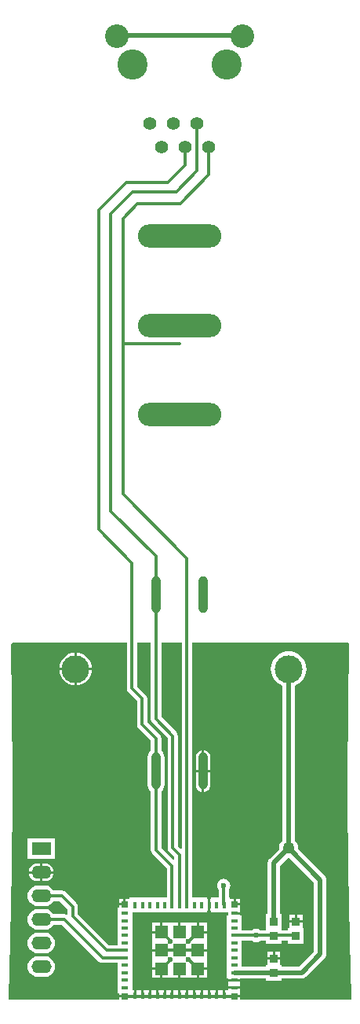
<source format=gbr>
%TF.GenerationSoftware,Altium Limited,Altium Designer,22.0.2 (36)*%
G04 Layer_Physical_Order=1*
G04 Layer_Color=255*
%FSLAX45Y45*%
%MOMM*%
%TF.SameCoordinates,4516B017-0455-433D-A7DA-D7F2A7B68D13*%
%TF.FilePolarity,Positive*%
%TF.FileFunction,Copper,L1,Top,Signal*%
%TF.Part,Single*%
G01*
G75*
%TA.AperFunction,SMDPad,CuDef*%
%ADD10R,0.90000X0.90000*%
%TA.AperFunction,BGAPad,CuDef*%
%ADD11R,1.45000X1.45000*%
%TA.AperFunction,SMDPad,CuDef*%
%ADD12R,0.80000X0.40000*%
%ADD13R,0.40000X0.80000*%
%ADD14R,0.70000X0.70000*%
%TA.AperFunction,Conductor*%
%ADD15C,0.30000*%
%ADD16C,0.50000*%
%TA.AperFunction,ComponentPad*%
%ADD17O,1.00000X4.00000*%
%ADD18C,3.00000*%
%ADD19O,2.15900X1.39700*%
%ADD20R,2.15900X1.39700*%
%ADD21O,9.00000X2.50000*%
%ADD22C,2.55000*%
%ADD23C,1.40800*%
%ADD24C,3.25000*%
%TA.AperFunction,ViaPad*%
%ADD25C,0.60000*%
%ADD26C,1.27000*%
G36*
X2046623Y-8430724D02*
X2034889Y-8435584D01*
X2006077Y-8406772D01*
Y-7220000D01*
X2001809Y-7198540D01*
X1989653Y-7180347D01*
X1824777Y-7015472D01*
Y-6220000D01*
X2046623D01*
X2046623Y-8430724D01*
D02*
G37*
G36*
X1712623Y-7038700D02*
X1716891Y-7060160D01*
X1729047Y-7078353D01*
X1893923Y-7243228D01*
Y-8430000D01*
X1898191Y-8451460D01*
X1910347Y-8469653D01*
X1966623Y-8525928D01*
Y-8550724D01*
X1954889Y-8555584D01*
X1824777Y-8425472D01*
Y-7820413D01*
X1832889Y-7814189D01*
X1847315Y-7795388D01*
X1856383Y-7773495D01*
X1859476Y-7750000D01*
Y-7450000D01*
X1856383Y-7426505D01*
X1847315Y-7404612D01*
X1832889Y-7385811D01*
X1824777Y-7379587D01*
Y-7248700D01*
X1820509Y-7227240D01*
X1808353Y-7209048D01*
X1676077Y-7076772D01*
Y-6820000D01*
X1671809Y-6798540D01*
X1659653Y-6780347D01*
X1566077Y-6686772D01*
Y-6220000D01*
X1712623D01*
Y-7038700D01*
D02*
G37*
G36*
X1453923Y-6710000D02*
X1458191Y-6731460D01*
X1470347Y-6749653D01*
X1563923Y-6843228D01*
Y-7100000D01*
X1568191Y-7121460D01*
X1580347Y-7139653D01*
X1712623Y-7271928D01*
Y-7379587D01*
X1704511Y-7385811D01*
X1690086Y-7404612D01*
X1681017Y-7426505D01*
X1677924Y-7450000D01*
Y-7750000D01*
X1681017Y-7773495D01*
X1690086Y-7795388D01*
X1704511Y-7814189D01*
X1712623Y-7820413D01*
Y-8448700D01*
X1716891Y-8470160D01*
X1729047Y-8488353D01*
X1886623Y-8645928D01*
Y-8960000D01*
X1482700D01*
Y-8974600D01*
X1440401D01*
Y-9034999D01*
X1427701D01*
Y-9047699D01*
X1367300D01*
Y-9070000D01*
X1352700D01*
Y-9190000D01*
Y-9270000D01*
Y-9350000D01*
Y-9473923D01*
X1263228D01*
X926077Y-9136772D01*
Y-9060000D01*
X921809Y-9038540D01*
X909653Y-9020347D01*
X792653Y-8903347D01*
X774460Y-8891191D01*
X753000Y-8886923D01*
X663533D01*
X646446Y-8864654D01*
X623499Y-8847046D01*
X596777Y-8835978D01*
X568100Y-8832202D01*
X491900D01*
X463223Y-8835978D01*
X436501Y-8847046D01*
X413554Y-8864654D01*
X395946Y-8887601D01*
X384878Y-8914323D01*
X381102Y-8943000D01*
X384878Y-8971676D01*
X395946Y-8998399D01*
X413554Y-9021346D01*
X436501Y-9038954D01*
X463223Y-9050022D01*
X491900Y-9053798D01*
X568100D01*
X596777Y-9050022D01*
X623499Y-9038954D01*
X646446Y-9021346D01*
X663533Y-8999077D01*
X729772D01*
X813923Y-9083228D01*
Y-9142052D01*
X802722Y-9148039D01*
X798460Y-9145191D01*
X777000Y-9140923D01*
X663533D01*
X646446Y-9118654D01*
X623499Y-9101046D01*
X596777Y-9089978D01*
X568100Y-9086202D01*
X491900D01*
X463223Y-9089978D01*
X436501Y-9101046D01*
X413554Y-9118654D01*
X395946Y-9141601D01*
X384878Y-9168323D01*
X381102Y-9197000D01*
X384878Y-9225676D01*
X395946Y-9252399D01*
X413554Y-9275346D01*
X436501Y-9292954D01*
X463223Y-9304022D01*
X491900Y-9307798D01*
X568100D01*
X596777Y-9304022D01*
X623499Y-9292954D01*
X646446Y-9275346D01*
X663533Y-9253077D01*
X753772D01*
X1150347Y-9649653D01*
X1168540Y-9661809D01*
X1190000Y-9666077D01*
X1352700D01*
Y-9750000D01*
Y-9830000D01*
Y-9910000D01*
Y-9990000D01*
X1367300D01*
Y-10012300D01*
X1427701D01*
Y-10037700D01*
X1367300D01*
Y-10060000D01*
X185821D01*
X176988Y-10050874D01*
X197628Y-9420389D01*
X212808Y-8647399D01*
X217868Y-7874276D01*
X216774Y-7707187D01*
X217263Y-7694875D01*
X217310Y-7694641D01*
X217279Y-7694485D01*
X217279D01*
Y-7694485D01*
X217278D01*
X216609Y-7691119D01*
X216305Y-7681942D01*
X213534Y-6884685D01*
X206699Y-6229027D01*
X215632Y-6220000D01*
X1453923D01*
Y-6710000D01*
D02*
G37*
G36*
X3848345Y-6229027D02*
X3841509Y-6884685D01*
X3838739Y-7681942D01*
X3838435Y-7691119D01*
X3837766Y-7694485D01*
X3837765Y-7694485D01*
X3837734Y-7694641D01*
X3837781Y-7694876D01*
X3838270Y-7707187D01*
X3837176Y-7874276D01*
X3842236Y-8647399D01*
X3857416Y-9420389D01*
X3878055Y-10050874D01*
X3869223Y-10060000D01*
X2678100D01*
Y-10037700D01*
X2617702D01*
Y-10012300D01*
X2678100D01*
Y-9975400D01*
Y-9942700D01*
X2612700D01*
X2547300D01*
Y-9954600D01*
X2515400D01*
Y-10020001D01*
X2490000D01*
Y-9954600D01*
X2435400D01*
Y-10020001D01*
X2410000D01*
Y-9954600D01*
X2355400D01*
Y-10020001D01*
X2330000D01*
Y-9954600D01*
X2275401D01*
Y-10020001D01*
X2250001D01*
Y-9954600D01*
X2195401D01*
Y-10020001D01*
X2170001D01*
Y-9954600D01*
X2115401D01*
Y-10020001D01*
X2090001D01*
Y-9954600D01*
X2035402D01*
Y-10020001D01*
X2010002D01*
Y-9954600D01*
X1955402D01*
Y-10020001D01*
X1930002D01*
Y-9954600D01*
X1875402D01*
Y-10020001D01*
X1850002D01*
Y-9954600D01*
X1795398D01*
Y-10020001D01*
X1769998D01*
Y-9954600D01*
X1715399D01*
Y-10020001D01*
X1689999D01*
Y-9954600D01*
X1635399D01*
Y-10020001D01*
X1609999D01*
Y-9954600D01*
X1555399D01*
Y-10020001D01*
X1529999D01*
Y-9954600D01*
X1512700D01*
Y-9830000D01*
Y-9750000D01*
Y-9670000D01*
Y-9590000D01*
Y-9510000D01*
Y-9430000D01*
Y-9350000D01*
Y-9270000D01*
Y-9190000D01*
Y-9120000D01*
X2322700D01*
Y-9105400D01*
X2330000D01*
Y-9040000D01*
Y-8974600D01*
X2322700D01*
Y-8960000D01*
X2158777D01*
X2158777Y-6220000D01*
X3839412D01*
X3848345Y-6229027D01*
D02*
G37*
%LPC*%
G36*
X912700Y-6325002D02*
Y-6487300D01*
X1074998D01*
X1072862Y-6465615D01*
X1062833Y-6432553D01*
X1046545Y-6402081D01*
X1024627Y-6375373D01*
X997919Y-6353455D01*
X967447Y-6337167D01*
X934384Y-6327138D01*
X912700Y-6325002D01*
D02*
G37*
G36*
X887300D02*
X865615Y-6327138D01*
X832553Y-6337167D01*
X802081Y-6353455D01*
X775373Y-6375373D01*
X753455Y-6402081D01*
X737167Y-6432553D01*
X727138Y-6465615D01*
X725002Y-6487300D01*
X887300D01*
Y-6325002D01*
D02*
G37*
G36*
X1074998Y-6512700D02*
X912700D01*
Y-6674998D01*
X934384Y-6672862D01*
X967447Y-6662832D01*
X997919Y-6646545D01*
X1024627Y-6624627D01*
X1046545Y-6597918D01*
X1062833Y-6567447D01*
X1072862Y-6534384D01*
X1074998Y-6512700D01*
D02*
G37*
G36*
X887300D02*
X725002D01*
X727138Y-6534384D01*
X737167Y-6567447D01*
X753455Y-6597918D01*
X775373Y-6624627D01*
X802081Y-6646545D01*
X832553Y-6662832D01*
X865615Y-6672862D01*
X887300Y-6674998D01*
Y-6512700D01*
D02*
G37*
G36*
X677950Y-8325150D02*
X382050D01*
Y-8544850D01*
X677950D01*
Y-8325150D01*
D02*
G37*
G36*
X568100Y-8592928D02*
X542699D01*
Y-8676300D01*
X662500D01*
X660898Y-8664135D01*
X651301Y-8640964D01*
X636033Y-8621067D01*
X616136Y-8605799D01*
X592965Y-8596202D01*
X568100Y-8592928D01*
D02*
G37*
G36*
X517299D02*
X491900D01*
X467035Y-8596202D01*
X443864Y-8605799D01*
X423967Y-8621067D01*
X408699Y-8640964D01*
X399102Y-8664135D01*
X397500Y-8676300D01*
X517299D01*
Y-8592928D01*
D02*
G37*
G36*
X662500Y-8701700D02*
X542699D01*
Y-8785072D01*
X568100D01*
X592965Y-8781798D01*
X616136Y-8772201D01*
X636033Y-8756933D01*
X651301Y-8737036D01*
X660898Y-8713865D01*
X662500Y-8701700D01*
D02*
G37*
G36*
X517299D02*
X397500D01*
X399102Y-8713865D01*
X408699Y-8737036D01*
X423967Y-8756933D01*
X443864Y-8772201D01*
X467035Y-8781798D01*
X491900Y-8785072D01*
X517299D01*
Y-8701700D01*
D02*
G37*
G36*
X1415001Y-8974600D02*
X1367300D01*
Y-9022299D01*
X1415001D01*
Y-8974600D01*
D02*
G37*
G36*
X568100Y-9340202D02*
X491900D01*
X463223Y-9343978D01*
X436501Y-9355046D01*
X413554Y-9372654D01*
X395946Y-9395601D01*
X384878Y-9422323D01*
X381102Y-9451000D01*
X384878Y-9479676D01*
X395946Y-9506399D01*
X413554Y-9529346D01*
X436501Y-9546954D01*
X463223Y-9558022D01*
X491900Y-9561798D01*
X568100D01*
X596777Y-9558022D01*
X623499Y-9546954D01*
X646446Y-9529346D01*
X664054Y-9506399D01*
X675122Y-9479676D01*
X678898Y-9451000D01*
X675122Y-9422323D01*
X664054Y-9395601D01*
X646446Y-9372654D01*
X623499Y-9355046D01*
X596777Y-9343978D01*
X568100Y-9340202D01*
D02*
G37*
G36*
Y-9594202D02*
X491900D01*
X463223Y-9597978D01*
X436501Y-9609046D01*
X413554Y-9626654D01*
X395946Y-9649601D01*
X384878Y-9676323D01*
X381102Y-9705000D01*
X384878Y-9733676D01*
X395946Y-9760399D01*
X413554Y-9783346D01*
X436501Y-9800954D01*
X463223Y-9812022D01*
X491900Y-9815798D01*
X568100D01*
X596777Y-9812022D01*
X623499Y-9800954D01*
X646446Y-9783346D01*
X664054Y-9760399D01*
X675122Y-9733676D01*
X678898Y-9705000D01*
X675122Y-9676323D01*
X664054Y-9649601D01*
X646446Y-9626654D01*
X623499Y-9609046D01*
X596777Y-9597978D01*
X568100Y-9594202D01*
D02*
G37*
G36*
X2289401Y-7375622D02*
Y-7587301D01*
X2352751D01*
Y-7450000D01*
X2350159Y-7430317D01*
X2342562Y-7411975D01*
X2330476Y-7396224D01*
X2314725Y-7384138D01*
X2296384Y-7376541D01*
X2289401Y-7375622D01*
D02*
G37*
G36*
X2264001Y-7375621D02*
X2257017Y-7376541D01*
X2238675Y-7384138D01*
X2222924Y-7396224D01*
X2210838Y-7411975D01*
X2203241Y-7430317D01*
X2200649Y-7450000D01*
Y-7587301D01*
X2264001D01*
Y-7375621D01*
D02*
G37*
G36*
X2352751Y-7612701D02*
X2289401D01*
Y-7824379D01*
X2296384Y-7823459D01*
X2314725Y-7815862D01*
X2330476Y-7803776D01*
X2342562Y-7788025D01*
X2350159Y-7769683D01*
X2352751Y-7750000D01*
Y-7612701D01*
D02*
G37*
G36*
X2264001D02*
X2200649D01*
Y-7750000D01*
X2203241Y-7769683D01*
X2210838Y-7788025D01*
X2222924Y-7803776D01*
X2238675Y-7815862D01*
X2257017Y-7823459D01*
X2264001Y-7824379D01*
Y-7612701D01*
D02*
G37*
G36*
X2678100Y-8974600D02*
X2630402D01*
Y-9022299D01*
X2678100D01*
Y-8974600D01*
D02*
G37*
G36*
X2122300Y-9234600D02*
X2109600Y-9234600D01*
X2035402D01*
Y-9332501D01*
X2010002D01*
Y-9234600D01*
X1935800D01*
X1924800Y-9234600D01*
X1912100Y-9234600D01*
X1837901D01*
Y-9332501D01*
X1825201D01*
Y-9345201D01*
X1727300D01*
Y-9419400D01*
X1727300Y-9430400D01*
X1727300Y-9443100D01*
Y-9517299D01*
X1825201D01*
Y-9542699D01*
X1727300D01*
Y-9616900D01*
X1727300Y-9627900D01*
X1727300Y-9640600D01*
Y-9714800D01*
X1825201D01*
Y-9727500D01*
X1837901D01*
Y-9825400D01*
X1912100D01*
X1923100Y-9825400D01*
X1935800Y-9825400D01*
X2010002D01*
Y-9727500D01*
X2035402D01*
Y-9825400D01*
X2109484D01*
X2120600Y-9825400D01*
X2133300Y-9825400D01*
X2207386D01*
Y-9727500D01*
X2220086D01*
Y-9714800D01*
X2317984D01*
Y-9640600D01*
X2317985Y-9629600D01*
X2317984Y-9616900D01*
Y-9542699D01*
X2220086D01*
Y-9517299D01*
X2317984D01*
Y-9443042D01*
X2318100Y-9430400D01*
X2318100Y-9419448D01*
Y-9345201D01*
X2220198D01*
Y-9332501D01*
X2207498D01*
Y-9234600D01*
X2133300D01*
X2122300Y-9234600D01*
D02*
G37*
G36*
X3200000Y-6309081D02*
X3162753Y-6312749D01*
X3126938Y-6323614D01*
X3093931Y-6341257D01*
X3065000Y-6365000D01*
X3041257Y-6393931D01*
X3023614Y-6426938D01*
X3012749Y-6462753D01*
X3009081Y-6500000D01*
X3012749Y-6537247D01*
X3023614Y-6573062D01*
X3041257Y-6606069D01*
X3065000Y-6635000D01*
X3093931Y-6658743D01*
X3126938Y-6676386D01*
X3134439Y-6678662D01*
Y-8349848D01*
X3126183Y-8356183D01*
X3109593Y-8377803D01*
X3099164Y-8402981D01*
X3095607Y-8430000D01*
X3096965Y-8440318D01*
X2993642Y-8543642D01*
X2983223Y-8557220D01*
X2976673Y-8573031D01*
X2974439Y-8590000D01*
Y-9135000D01*
X2955000D01*
Y-9313923D01*
X2891906D01*
X2885302Y-9308855D01*
X2868273Y-9301802D01*
X2850000Y-9299396D01*
X2831726Y-9301802D01*
X2814698Y-9308855D01*
X2808094Y-9313923D01*
X2692700D01*
Y-9270000D01*
Y-9150000D01*
X2678100D01*
Y-9142699D01*
X2612700D01*
Y-9117299D01*
X2678100D01*
Y-9095400D01*
Y-9047699D01*
X2617702D01*
Y-9034999D01*
X2605002D01*
Y-8974600D01*
X2562700D01*
Y-8960000D01*
X2557427D01*
Y-8870147D01*
X2561145Y-8865302D01*
X2568198Y-8848274D01*
X2570604Y-8830000D01*
X2568198Y-8811727D01*
X2561145Y-8794698D01*
X2549925Y-8780076D01*
X2535302Y-8768855D01*
X2518274Y-8761802D01*
X2500000Y-8759396D01*
X2481727Y-8761802D01*
X2464698Y-8768855D01*
X2450076Y-8780076D01*
X2438855Y-8794698D01*
X2431802Y-8811727D01*
X2429396Y-8830000D01*
X2431802Y-8848274D01*
X2438855Y-8865302D01*
X2445273Y-8873665D01*
Y-8960000D01*
X2362700D01*
Y-8974600D01*
X2355400D01*
Y-9040000D01*
Y-9105400D01*
X2362700D01*
Y-9120000D01*
X2547300D01*
Y-9150000D01*
X2532700D01*
Y-9270000D01*
Y-9350000D01*
Y-9430000D01*
Y-9510000D01*
Y-9590000D01*
Y-9670000D01*
Y-9750000D01*
Y-9830000D01*
X2547300D01*
Y-9837300D01*
X2612700D01*
X2678100D01*
Y-9835561D01*
X2955000D01*
Y-9855000D01*
X3125000D01*
Y-9835561D01*
X3340000D01*
X3356968Y-9833327D01*
X3372780Y-9826777D01*
X3386358Y-9816358D01*
X3586359Y-9616358D01*
X3596777Y-9602780D01*
X3603327Y-9586968D01*
X3605561Y-9570000D01*
Y-8770000D01*
X3603327Y-8753032D01*
X3596777Y-8737220D01*
X3586358Y-8723641D01*
X3303035Y-8440318D01*
X3304393Y-8430000D01*
X3300836Y-8402981D01*
X3290407Y-8377803D01*
X3273817Y-8356183D01*
X3265561Y-8349848D01*
Y-6678662D01*
X3273062Y-6676386D01*
X3306069Y-6658743D01*
X3335000Y-6635000D01*
X3358743Y-6606069D01*
X3376386Y-6573062D01*
X3387251Y-6537247D01*
X3390919Y-6500000D01*
X3387251Y-6462753D01*
X3376386Y-6426938D01*
X3358743Y-6393931D01*
X3335000Y-6365000D01*
X3306069Y-6341257D01*
X3273062Y-6323614D01*
X3237247Y-6312749D01*
X3200000Y-6309081D01*
D02*
G37*
G36*
X2232898Y-9234600D02*
Y-9319801D01*
X2318100D01*
Y-9234600D01*
X2232898D01*
D02*
G37*
G36*
X1812501D02*
X1727300D01*
Y-9319801D01*
X1812501D01*
Y-9234600D01*
D02*
G37*
G36*
X2317984Y-9740200D02*
X2232786D01*
Y-9825400D01*
X2317984D01*
Y-9740200D01*
D02*
G37*
G36*
X1812501D02*
X1727300D01*
Y-9825400D01*
X1812501D01*
Y-9740200D01*
D02*
G37*
G36*
X2678100Y-9862700D02*
X2612700D01*
X2547300D01*
Y-9917300D01*
X2612700D01*
X2678100D01*
Y-9895400D01*
Y-9862700D01*
D02*
G37*
%LPD*%
G36*
X3474439Y-8797156D02*
Y-9542844D01*
X3312844Y-9704439D01*
X3125000D01*
Y-9685000D01*
X3110400D01*
Y-9630301D01*
X3039998D01*
X2969600D01*
Y-9685000D01*
X2955000D01*
Y-9704439D01*
X2692700D01*
Y-9670000D01*
Y-9590000D01*
Y-9510000D01*
Y-9430000D01*
Y-9426077D01*
X2808094D01*
X2814698Y-9431145D01*
X2831726Y-9438198D01*
X2850000Y-9440604D01*
X2868273Y-9438198D01*
X2885302Y-9431145D01*
X2891906Y-9426077D01*
X2955000D01*
Y-9457400D01*
X3125000D01*
Y-9426077D01*
X3195000D01*
Y-9457400D01*
X3365000D01*
Y-9287400D01*
X3350400D01*
Y-9232700D01*
X3280002D01*
X3209600D01*
Y-9287400D01*
X3195000D01*
Y-9313923D01*
X3125000D01*
Y-9305000D01*
Y-9135000D01*
X3105561D01*
Y-8617156D01*
X3189682Y-8533034D01*
X3200000Y-8534393D01*
X3210318Y-8533034D01*
X3474439Y-8797156D01*
D02*
G37*
%LPC*%
G36*
X3350400Y-9149600D02*
X3292702D01*
Y-9207300D01*
X3350400D01*
Y-9149600D01*
D02*
G37*
G36*
X3267302D02*
X3209600D01*
Y-9207300D01*
X3267302D01*
Y-9149600D01*
D02*
G37*
G36*
X3110400Y-9547200D02*
X3052698D01*
Y-9604901D01*
X3110400D01*
Y-9547200D01*
D02*
G37*
G36*
X3027298D02*
X2969600D01*
Y-9604901D01*
X3027298D01*
Y-9547200D01*
D02*
G37*
%LPD*%
D10*
X3280000Y-9220000D02*
D03*
Y-9372400D02*
D03*
X3040000D02*
D03*
Y-9220000D02*
D03*
Y-9617600D02*
D03*
Y-9770000D02*
D03*
D11*
X2220084Y-9727500D02*
D03*
X2022700Y-9530000D02*
D03*
X1825200Y-9727500D02*
D03*
X2022700D02*
D03*
X2220084Y-9530000D02*
D03*
X2220200Y-9332500D02*
D03*
X2022700D02*
D03*
X1825200D02*
D03*
Y-9530000D02*
D03*
D12*
X2612700Y-9930000D02*
D03*
Y-9850000D02*
D03*
Y-9770000D02*
D03*
Y-9690000D02*
D03*
Y-9610000D02*
D03*
Y-9530000D02*
D03*
Y-9450000D02*
D03*
Y-9370000D02*
D03*
Y-9290000D02*
D03*
Y-9210000D02*
D03*
Y-9130000D02*
D03*
X1432700D02*
D03*
Y-9210000D02*
D03*
Y-9290000D02*
D03*
Y-9370000D02*
D03*
Y-9450000D02*
D03*
Y-9530000D02*
D03*
Y-9610000D02*
D03*
Y-9690000D02*
D03*
Y-9770000D02*
D03*
Y-9850000D02*
D03*
Y-9930000D02*
D03*
D13*
X2502700Y-9040000D02*
D03*
X2422700D02*
D03*
X2342700D02*
D03*
X2262700D02*
D03*
X2182700D02*
D03*
X2102700D02*
D03*
X2022700D02*
D03*
X1942700D02*
D03*
X1862700D02*
D03*
X1782700D02*
D03*
X1702700D02*
D03*
X1622700D02*
D03*
X1542700D02*
D03*
Y-10020000D02*
D03*
X1622700D02*
D03*
X1702700D02*
D03*
X1782700D02*
D03*
X1862700D02*
D03*
X1942700D02*
D03*
X2022700D02*
D03*
X2102700D02*
D03*
X2182700D02*
D03*
X2262700D02*
D03*
X2342700D02*
D03*
X2422700D02*
D03*
X2502700D02*
D03*
D14*
X2617700Y-10025000D02*
D03*
Y-9035000D02*
D03*
X1427700D02*
D03*
Y-10025000D02*
D03*
D15*
X2086198Y-1073802D02*
Y-881000D01*
X1450000Y-1260000D02*
X1900000D01*
X2086198Y-1073802D01*
X1518635Y-1361365D02*
X1988635D01*
X2213198Y-1136802D02*
Y-627000D01*
X1988635Y-1361365D02*
X2213198Y-1136802D01*
X1570000Y-1490000D02*
X2030000D01*
X2340198Y-1179802D02*
Y-881000D01*
X2030000Y-1490000D02*
X2340198Y-1179802D01*
X1410000Y-3000000D02*
Y-1650000D01*
X1570000Y-1490000D01*
X1280000Y-4800000D02*
Y-1600000D01*
X1518635Y-1361365D01*
X1150000Y-5000000D02*
Y-1560000D01*
X1450000Y-1260000D01*
X1427700Y-10025000D02*
X2617700D01*
X1768700Y-7038700D02*
X1950000Y-7220000D01*
Y-8430000D02*
Y-7220000D01*
Y-8430000D02*
X2022700Y-8502700D01*
Y-9040000D02*
Y-8502700D01*
X1410000Y-4620000D02*
Y-3000000D01*
X1410000Y-3000000D02*
X2022660D01*
X1410000Y-3000000D02*
X1410000Y-3000000D01*
X1150000Y-5000000D02*
X1510000Y-5360000D01*
Y-6710000D02*
X1620000Y-6820000D01*
X1510000Y-6710000D02*
Y-5360000D01*
X1620000Y-7100000D02*
Y-6820000D01*
Y-7100000D02*
X1768700Y-7248700D01*
Y-7600000D02*
Y-7248700D01*
Y-7038700D02*
Y-5700000D01*
X1280000Y-4800000D02*
X1768700Y-5288700D01*
X1410000Y-4620000D02*
X2102700Y-5312700D01*
X1942700Y-9040000D02*
Y-8622700D01*
X1768700Y-5700000D02*
Y-5288700D01*
X2102700Y-5312700D02*
X2102700Y-9040000D01*
X2122585Y-9630000D02*
X2220084Y-9727500D01*
X2120000Y-9630000D02*
X2122585D01*
X1920000Y-9632700D02*
Y-9630000D01*
X1825200Y-9727500D02*
X1920000Y-9632700D01*
X2122700Y-9430000D02*
X2220200Y-9332500D01*
X2120000Y-9430000D02*
X2122700D01*
X1825200Y-9332500D02*
X1920000Y-9427300D01*
Y-9430000D02*
Y-9427300D01*
X2022700Y-9530000D02*
X2220084D01*
X1825200D02*
X2022700D01*
X1768700Y-8448700D02*
Y-7600000D01*
Y-8448700D02*
X1942700Y-8622700D01*
X2500000Y-8830000D02*
X2501350Y-8831350D01*
Y-9038650D02*
Y-8831350D01*
Y-9038650D02*
X2502700Y-9040000D01*
X530000Y-8943000D02*
X753000D01*
X870000Y-9060000D01*
Y-9160000D02*
X1240000Y-9530000D01*
X870000Y-9160000D02*
Y-9060000D01*
X1240000Y-9530000D02*
X1432700D01*
X1190000Y-9610000D02*
X1432700D01*
X777000Y-9197000D02*
X1190000Y-9610000D01*
X530000Y-9197000D02*
X777000D01*
X2850000Y-9370000D02*
X3277600D01*
X2612700D02*
X2850000D01*
X3277600D02*
X3280000Y-9372400D01*
D16*
X1347698Y323000D02*
X2697698D01*
X2697698Y323000D01*
X3040000Y-9220000D02*
Y-8590000D01*
X3200000Y-8430000D01*
X3540000Y-9570000D02*
Y-8770000D01*
X3200000Y-8430000D02*
X3540000Y-8770000D01*
X3200000Y-8430000D02*
Y-6500000D01*
X3040000Y-9770000D02*
X3340000D01*
X3540000Y-9570000D01*
X2612700Y-9770000D02*
X3040000D01*
D17*
X2276700Y-5700000D02*
D03*
X1768700D02*
D03*
Y-7600000D02*
D03*
X2276700D02*
D03*
D18*
X900000Y-6500000D02*
D03*
X3200000D02*
D03*
D19*
X530000Y-9705000D02*
D03*
Y-9451000D02*
D03*
Y-9197000D02*
D03*
Y-8943000D02*
D03*
Y-8689000D02*
D03*
D20*
Y-8435000D02*
D03*
D21*
X2022700Y-3762000D02*
D03*
X2022660Y-2800000D02*
D03*
X2022700Y-1838000D02*
D03*
D22*
X2697698Y313000D02*
D03*
X1347698Y313000D02*
D03*
D23*
X2340198Y-881000D02*
D03*
X2086198Y-881000D02*
D03*
X1832198Y-881000D02*
D03*
X2213198Y-627000D02*
D03*
X1959199D02*
D03*
X1705198D02*
D03*
D24*
X2530698Y8000D02*
D03*
X1514698D02*
D03*
D25*
X2120000Y-9630000D02*
D03*
X1920000D02*
D03*
X2120000Y-9430000D02*
D03*
X1920000D02*
D03*
X2860000Y-9560000D02*
D03*
X3270000Y-9590000D02*
D03*
X3655754Y-6531918D02*
D03*
Y-7331918D02*
D03*
Y-8131918D02*
D03*
Y-8931918D02*
D03*
Y-9731918D02*
D03*
X3455754Y-6931918D02*
D03*
Y-7731918D02*
D03*
Y-8531918D02*
D03*
X3255754Y-8931918D02*
D03*
X2855754Y-6531918D02*
D03*
X3055754Y-6931918D02*
D03*
X2855754Y-7331918D02*
D03*
X3055754Y-7731918D02*
D03*
X2855754Y-8131918D02*
D03*
Y-8931918D02*
D03*
X2455754Y-6531918D02*
D03*
X2655754Y-6931918D02*
D03*
X2455754Y-7331918D02*
D03*
X2655754Y-7731918D02*
D03*
X2455754Y-8131918D02*
D03*
X2655754Y-8531918D02*
D03*
X2455754Y-9731918D02*
D03*
X2255754Y-6931918D02*
D03*
Y-8531918D02*
D03*
X1655754Y-6531918D02*
D03*
X1855754Y-6931918D02*
D03*
X1655754Y-7331918D02*
D03*
Y-8131918D02*
D03*
Y-9731918D02*
D03*
X1255754Y-6531918D02*
D03*
X1455754Y-6931918D02*
D03*
X1255754Y-7331918D02*
D03*
X1455754Y-7731918D02*
D03*
X1255754Y-8131918D02*
D03*
X1455754Y-8531918D02*
D03*
X1255754Y-8931918D02*
D03*
Y-9731918D02*
D03*
X1055754Y-6931918D02*
D03*
X855754Y-7331918D02*
D03*
X1055754Y-7731918D02*
D03*
X855754Y-8131918D02*
D03*
X1055754Y-8531918D02*
D03*
X455754Y-6531918D02*
D03*
X655754Y-6931918D02*
D03*
X455754Y-7331918D02*
D03*
X655754Y-7731918D02*
D03*
X455754Y-8131918D02*
D03*
X655754Y-9331918D02*
D03*
X2500000Y-8830000D02*
D03*
X2850000Y-9370000D02*
D03*
D26*
X3200000Y-8430000D02*
D03*
%TF.MD5,21108695e4463d86bc029e1d4b3bcea9*%
M02*

</source>
